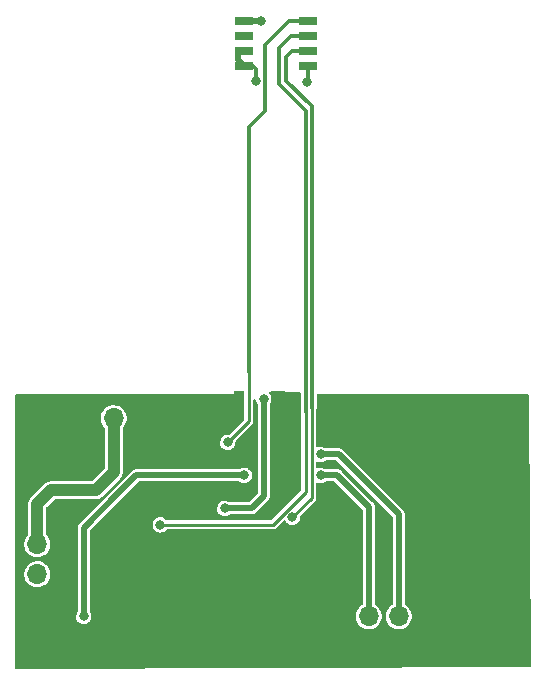
<source format=gbl>
G04 #@! TF.GenerationSoftware,KiCad,Pcbnew,6.0.10*
G04 #@! TF.CreationDate,2023-11-17T15:38:01-06:00*
G04 #@! TF.ProjectId,sensor_sigfox_3,73656e73-6f72-45f7-9369-67666f785f33,rev?*
G04 #@! TF.SameCoordinates,Original*
G04 #@! TF.FileFunction,Copper,L2,Bot*
G04 #@! TF.FilePolarity,Positive*
%FSLAX46Y46*%
G04 Gerber Fmt 4.6, Leading zero omitted, Abs format (unit mm)*
G04 Created by KiCad (PCBNEW 6.0.10) date 2023-11-17 15:38:01*
%MOMM*%
%LPD*%
G01*
G04 APERTURE LIST*
G04 #@! TA.AperFunction,ComponentPad*
%ADD10R,1.700000X1.700000*%
G04 #@! TD*
G04 #@! TA.AperFunction,ComponentPad*
%ADD11O,1.700000X1.700000*%
G04 #@! TD*
G04 #@! TA.AperFunction,SMDPad,CuDef*
%ADD12R,1.500000X0.650000*%
G04 #@! TD*
G04 #@! TA.AperFunction,ViaPad*
%ADD13C,0.800000*%
G04 #@! TD*
G04 #@! TA.AperFunction,Conductor*
%ADD14C,0.500000*%
G04 #@! TD*
G04 #@! TA.AperFunction,Conductor*
%ADD15C,0.250000*%
G04 #@! TD*
G04 #@! TA.AperFunction,Conductor*
%ADD16C,1.000000*%
G04 #@! TD*
G04 #@! TA.AperFunction,Conductor*
%ADD17C,0.300000*%
G04 #@! TD*
G04 APERTURE END LIST*
D10*
X129286000Y-104648000D03*
D11*
X131826000Y-104648000D03*
X134366000Y-104648000D03*
D10*
X103759000Y-103617000D03*
D11*
X103759000Y-101077000D03*
X103759000Y-98537000D03*
D10*
X107696000Y-87884000D03*
D11*
X110236000Y-87884000D03*
D12*
X121252000Y-58039000D03*
X121252000Y-56769000D03*
X121252000Y-55499000D03*
X121252000Y-54229000D03*
X126652000Y-54229000D03*
X126652000Y-55499000D03*
X126652000Y-56769000D03*
X126652000Y-58039000D03*
D13*
X125222000Y-89916000D03*
X110490000Y-100330000D03*
X102870000Y-92710000D03*
X116840000Y-87630000D03*
X118110000Y-87630000D03*
X129540000Y-96520000D03*
X134620000Y-92710000D03*
X137160000Y-93980000D03*
X139700000Y-93980000D03*
X132080000Y-90170000D03*
X134620000Y-90170000D03*
X137160000Y-90170000D03*
X139700000Y-90170000D03*
X142240000Y-86360000D03*
X144780000Y-96520000D03*
X144780000Y-93980000D03*
X144780000Y-91440000D03*
X144780000Y-88900000D03*
X144780000Y-86360000D03*
X119126000Y-108458000D03*
X117602000Y-108458000D03*
X116078000Y-108458000D03*
X114554000Y-108458000D03*
X113030000Y-108458000D03*
X111506000Y-108458000D03*
X109982000Y-108458000D03*
X108458000Y-108458000D03*
X106934000Y-108458000D03*
X105410000Y-108458000D03*
X103886000Y-108458000D03*
X102362000Y-108458000D03*
X124206000Y-108458000D03*
X125730000Y-108458000D03*
X127254000Y-108458000D03*
X128778000Y-108458000D03*
X130302000Y-108458000D03*
X131826000Y-108458000D03*
X133350000Y-108458000D03*
X134874000Y-108458000D03*
X136398000Y-108458000D03*
X136398000Y-106934000D03*
X136398000Y-105410000D03*
X136398000Y-102362000D03*
X136906000Y-100838000D03*
X139954000Y-100838000D03*
X140462000Y-102362000D03*
X140462000Y-103886000D03*
X140462000Y-105410000D03*
X140462000Y-106934000D03*
X140462000Y-108458000D03*
X143002000Y-107442000D03*
X143002000Y-108458000D03*
X144018000Y-107442000D03*
X145034000Y-107442000D03*
X144018000Y-108458000D03*
X145034000Y-108458000D03*
X127254000Y-100838000D03*
X129794000Y-102362000D03*
X129794000Y-100838000D03*
X122936000Y-86233000D03*
X119634000Y-95504000D03*
X127762000Y-92710000D03*
X127762000Y-90932000D03*
X119888000Y-89916000D03*
X125353299Y-96270299D03*
X114173000Y-96901000D03*
X121285000Y-92710000D03*
X107696000Y-104648000D03*
X119507000Y-100965000D03*
X108712000Y-93980000D03*
X122682000Y-54229000D03*
X126619000Y-59436000D03*
X122301000Y-59309000D03*
D14*
X121920000Y-95504000D02*
X122936000Y-94488000D01*
X122936000Y-94488000D02*
X122936000Y-86233000D01*
X119634000Y-95504000D02*
X121920000Y-95504000D01*
X127762000Y-90932000D02*
X129286000Y-90932000D01*
X129286000Y-90932000D02*
X134366000Y-96012000D01*
X134366000Y-96012000D02*
X134366000Y-104648000D01*
X127762000Y-92710000D02*
X129159000Y-92710000D01*
X129159000Y-92710000D02*
X131826000Y-95377000D01*
X131826000Y-95377000D02*
X131826000Y-104648000D01*
D15*
X121666000Y-88138000D02*
X119888000Y-89916000D01*
X121666000Y-83947000D02*
X121666000Y-88138000D01*
X127000000Y-86995000D02*
X127000000Y-94623598D01*
X127000000Y-94623598D02*
X125353299Y-96270299D01*
X126492000Y-87376000D02*
X126492000Y-94107000D01*
X126492000Y-94107000D02*
X123698000Y-96901000D01*
X123698000Y-96901000D02*
X114173000Y-96901000D01*
D14*
X107696000Y-104648000D02*
X107696000Y-97155000D01*
X110617000Y-94234000D02*
X112141000Y-92710000D01*
X112141000Y-92710000D02*
X121285000Y-92710000D01*
X107696000Y-97155000D02*
X110617000Y-94234000D01*
D16*
X108712000Y-93980000D02*
X104902000Y-93980000D01*
X104902000Y-93980000D02*
X103759000Y-95123000D01*
X103759000Y-95123000D02*
X103759000Y-98537000D01*
X108712000Y-93980000D02*
X110236000Y-92456000D01*
X110236000Y-92456000D02*
X110236000Y-87884000D01*
D14*
X121252000Y-54229000D02*
X122682000Y-54229000D01*
D17*
X126652000Y-58039000D02*
X126873000Y-58039000D01*
X122047000Y-58039000D02*
X122301000Y-58293000D01*
X121252000Y-58039000D02*
X122047000Y-58039000D01*
X122301000Y-58293000D02*
X122301000Y-59309000D01*
X126652000Y-59403000D02*
X126619000Y-59436000D01*
D14*
X120904000Y-56769000D02*
X120777000Y-56896000D01*
X121252000Y-56769000D02*
X120904000Y-56769000D01*
D17*
X126652000Y-58039000D02*
X126652000Y-59403000D01*
D14*
X120777000Y-57564000D02*
X121252000Y-58039000D01*
X120777000Y-56896000D02*
X120777000Y-57564000D01*
D17*
X124841000Y-59309000D02*
X124841000Y-57277000D01*
X125349000Y-56769000D02*
X126652000Y-56769000D01*
X127000000Y-61468000D02*
X124841000Y-59309000D01*
X127000000Y-86995000D02*
X127000000Y-61468000D01*
X124841000Y-57277000D02*
X125349000Y-56769000D01*
X124206000Y-59563000D02*
X124206000Y-56515000D01*
X125222000Y-55499000D02*
X126652000Y-55499000D01*
X126492000Y-87376000D02*
X126492000Y-61849000D01*
X124206000Y-56515000D02*
X125222000Y-55499000D01*
X126492000Y-61849000D02*
X124206000Y-59563000D01*
X123063000Y-56261000D02*
X123063000Y-61849000D01*
X125095000Y-54229000D02*
X123063000Y-56261000D01*
X126652000Y-54229000D02*
X125095000Y-54229000D01*
X121666000Y-63246000D02*
X121666000Y-83947000D01*
X123063000Y-61849000D02*
X121666000Y-63246000D01*
G04 #@! TA.AperFunction,Conductor*
G36*
X145521679Y-108907902D02*
G01*
X145468279Y-108954689D01*
X145415671Y-108966364D01*
X101980861Y-109091536D01*
X101912685Y-109071732D01*
X101866038Y-109018210D01*
X101854500Y-108965538D01*
X101854500Y-85978500D01*
X101874502Y-85910379D01*
X101928158Y-85863886D01*
X101980500Y-85852500D01*
X110265036Y-85852500D01*
X110265036Y-86775148D01*
X110062478Y-86788424D01*
X109865731Y-86838392D01*
X109681384Y-86923377D01*
X109515611Y-87040533D01*
X109373965Y-87185938D01*
X109261188Y-87354720D01*
X109258910Y-87360023D01*
X109258908Y-87360026D01*
X109186974Y-87527458D01*
X109181058Y-87541228D01*
X109164536Y-87614244D01*
X109137533Y-87733579D01*
X109137532Y-87733584D01*
X109136258Y-87739216D01*
X109136031Y-87744987D01*
X109136031Y-87744989D01*
X109133683Y-87804756D01*
X109128288Y-87942053D01*
X109142852Y-88042499D01*
X109156587Y-88137231D01*
X109156588Y-88137236D01*
X109157416Y-88142945D01*
X109159271Y-88148409D01*
X109159272Y-88148414D01*
X109220808Y-88329693D01*
X109220810Y-88329698D01*
X109222666Y-88335165D01*
X109321853Y-88512276D01*
X109373965Y-88574934D01*
X109451655Y-88668345D01*
X109449731Y-88669945D01*
X109478621Y-88722851D01*
X109481500Y-88749634D01*
X109481500Y-92091285D01*
X109461498Y-92159406D01*
X109444595Y-92180380D01*
X108436381Y-93188595D01*
X108374069Y-93222620D01*
X108347286Y-93225500D01*
X104968765Y-93225500D01*
X104949816Y-93224067D01*
X104928511Y-93220826D01*
X104921220Y-93221419D01*
X104921217Y-93221419D01*
X104876152Y-93225085D01*
X104865937Y-93225500D01*
X104857947Y-93225500D01*
X104854303Y-93225925D01*
X104829887Y-93228771D01*
X104825513Y-93229204D01*
X104753153Y-93235090D01*
X104746191Y-93237345D01*
X104740323Y-93238518D01*
X104734516Y-93239890D01*
X104727246Y-93240738D01*
X104658940Y-93265532D01*
X104654837Y-93266940D01*
X104585778Y-93289312D01*
X104579521Y-93293109D01*
X104574074Y-93295602D01*
X104568746Y-93298270D01*
X104561866Y-93300768D01*
X104501161Y-93340568D01*
X104497441Y-93342915D01*
X104435367Y-93380583D01*
X104431164Y-93384295D01*
X104427026Y-93387949D01*
X104427004Y-93387924D01*
X104423959Y-93390624D01*
X104420854Y-93393220D01*
X104414732Y-93397234D01*
X104409699Y-93402547D01*
X104361784Y-93453127D01*
X104359406Y-93455569D01*
X103272699Y-94542277D01*
X103258288Y-94554662D01*
X103240929Y-94567437D01*
X103236186Y-94573020D01*
X103206911Y-94607479D01*
X103199981Y-94614995D01*
X103194338Y-94620638D01*
X103176786Y-94642822D01*
X103174019Y-94646196D01*
X103127018Y-94701520D01*
X103123691Y-94708036D01*
X103120374Y-94713009D01*
X103117236Y-94718090D01*
X103112693Y-94723832D01*
X103081929Y-94789657D01*
X103080021Y-94793557D01*
X103050337Y-94851688D01*
X103050333Y-94851698D01*
X103047007Y-94858212D01*
X103045268Y-94865320D01*
X103043174Y-94870951D01*
X103041297Y-94876593D01*
X103038199Y-94883221D01*
X103036709Y-94890383D01*
X103036709Y-94890384D01*
X103023412Y-94954314D01*
X103022441Y-94958603D01*
X103011686Y-95002558D01*
X103005189Y-95029108D01*
X103004841Y-95034710D01*
X103004841Y-95034713D01*
X103004500Y-95040214D01*
X103004466Y-95040212D01*
X103004223Y-95044271D01*
X103003863Y-95048305D01*
X103002372Y-95055473D01*
X103002570Y-95062790D01*
X103004454Y-95132415D01*
X103004500Y-95135823D01*
X103004500Y-97677322D01*
X102984498Y-97745443D01*
X102968754Y-97765243D01*
X102901002Y-97834793D01*
X102900998Y-97834798D01*
X102896965Y-97838938D01*
X102784188Y-98007720D01*
X102781910Y-98013023D01*
X102781908Y-98013026D01*
X102743808Y-98101707D01*
X102704058Y-98194228D01*
X102687536Y-98267244D01*
X102660533Y-98386579D01*
X102660532Y-98386584D01*
X102659258Y-98392216D01*
X102659031Y-98397987D01*
X102659031Y-98397989D01*
X102656683Y-98457756D01*
X102651288Y-98595053D01*
X102665852Y-98695499D01*
X102679587Y-98790231D01*
X102679588Y-98790236D01*
X102680416Y-98795945D01*
X102682271Y-98801409D01*
X102682272Y-98801414D01*
X102743808Y-98982693D01*
X102743810Y-98982698D01*
X102745666Y-98988165D01*
X102844853Y-99165276D01*
X102896965Y-99227934D01*
X102970969Y-99316913D01*
X102974655Y-99321345D01*
X103047007Y-99381520D01*
X103126282Y-99447453D01*
X103126285Y-99447455D01*
X103130724Y-99451147D01*
X103307835Y-99550334D01*
X103313302Y-99552190D01*
X103313307Y-99552192D01*
X103494586Y-99613728D01*
X103494591Y-99613729D01*
X103500055Y-99615584D01*
X103505764Y-99616412D01*
X103505769Y-99616413D01*
X103697273Y-99644179D01*
X103700947Y-99644712D01*
X103759000Y-99646232D01*
X103788036Y-99643564D01*
X103788036Y-99968148D01*
X103585478Y-99981424D01*
X103579882Y-99982845D01*
X103579877Y-99982846D01*
X103500055Y-100003119D01*
X103388731Y-100031392D01*
X103383488Y-100033809D01*
X103302792Y-100071010D01*
X103204384Y-100116377D01*
X103199668Y-100119710D01*
X103127018Y-100171054D01*
X103038611Y-100233533D01*
X103034576Y-100237675D01*
X103005189Y-100267842D01*
X102896965Y-100378938D01*
X102893755Y-100383742D01*
X102848547Y-100451400D01*
X102784188Y-100547720D01*
X102781910Y-100553023D01*
X102781908Y-100553026D01*
X102743808Y-100641707D01*
X102704058Y-100734228D01*
X102687536Y-100807244D01*
X102660533Y-100926579D01*
X102660532Y-100926584D01*
X102659258Y-100932216D01*
X102659031Y-100937987D01*
X102659031Y-100937989D01*
X102656683Y-100997756D01*
X102651288Y-101135053D01*
X102665852Y-101235499D01*
X102679587Y-101330231D01*
X102679588Y-101330236D01*
X102680416Y-101335945D01*
X102682271Y-101341409D01*
X102682272Y-101341414D01*
X102743808Y-101522693D01*
X102743810Y-101522698D01*
X102745666Y-101528165D01*
X102844853Y-101705276D01*
X102896965Y-101767934D01*
X102970969Y-101856913D01*
X102974655Y-101861345D01*
X103047007Y-101921520D01*
X103126282Y-101987453D01*
X103126285Y-101987455D01*
X103130724Y-101991147D01*
X103307835Y-102090334D01*
X103313302Y-102092190D01*
X103313307Y-102092192D01*
X103494586Y-102153728D01*
X103494591Y-102153729D01*
X103500055Y-102155584D01*
X103505764Y-102156412D01*
X103505769Y-102156413D01*
X103697273Y-102184179D01*
X103700947Y-102184712D01*
X103759000Y-102186232D01*
X103961141Y-102167658D01*
X103966701Y-102166090D01*
X104150954Y-102114125D01*
X104150956Y-102114124D01*
X104156513Y-102112557D01*
X104177967Y-102101978D01*
X104333391Y-102025331D01*
X104338572Y-102022776D01*
X104359406Y-102007219D01*
X104409699Y-101969663D01*
X104501221Y-101901320D01*
X104639013Y-101752258D01*
X104642094Y-101747375D01*
X104642097Y-101747371D01*
X104744252Y-101585464D01*
X104747333Y-101580581D01*
X104822554Y-101392039D01*
X104823680Y-101386379D01*
X104823681Y-101386375D01*
X104861029Y-101198613D01*
X104861029Y-101198610D01*
X104862156Y-101192946D01*
X104862232Y-101187171D01*
X104862232Y-101187167D01*
X104863559Y-101085793D01*
X104864813Y-100989971D01*
X104863834Y-100984274D01*
X104863834Y-100984273D01*
X104831415Y-100795607D01*
X104830436Y-100789910D01*
X104760176Y-100599463D01*
X104656388Y-100425010D01*
X104652582Y-100420670D01*
X104652579Y-100420666D01*
X104574074Y-100331149D01*
X104522545Y-100272392D01*
X104363131Y-100146720D01*
X104358020Y-100144031D01*
X104358017Y-100144029D01*
X104333391Y-100131073D01*
X104183485Y-100052203D01*
X103989622Y-99992007D01*
X103788036Y-99968148D01*
X103788036Y-99643564D01*
X103961141Y-99627658D01*
X103966701Y-99626090D01*
X104150954Y-99574125D01*
X104150956Y-99574124D01*
X104156513Y-99572557D01*
X104177967Y-99561978D01*
X104333391Y-99485331D01*
X104338572Y-99482776D01*
X104359406Y-99467219D01*
X104409699Y-99429663D01*
X104501221Y-99361320D01*
X104639013Y-99212258D01*
X104642094Y-99207375D01*
X104642097Y-99207371D01*
X104744252Y-99045464D01*
X104747333Y-99040581D01*
X104822554Y-98852039D01*
X104823680Y-98846379D01*
X104823681Y-98846375D01*
X104861029Y-98658613D01*
X104861029Y-98658610D01*
X104862156Y-98652946D01*
X104862232Y-98647171D01*
X104862232Y-98647167D01*
X104863559Y-98545793D01*
X104864813Y-98449971D01*
X104863834Y-98444274D01*
X104863834Y-98444273D01*
X104831415Y-98255607D01*
X104830436Y-98249910D01*
X104760176Y-98059463D01*
X104656388Y-97885010D01*
X104592740Y-97812434D01*
X104544768Y-97757732D01*
X104514891Y-97693328D01*
X104513500Y-97674654D01*
X104513500Y-95487716D01*
X104533502Y-95419595D01*
X104550404Y-95398621D01*
X105177619Y-94771405D01*
X105239932Y-94737380D01*
X105266715Y-94734500D01*
X108645235Y-94734500D01*
X108664186Y-94735933D01*
X108678256Y-94738074D01*
X108678260Y-94738074D01*
X108685489Y-94739174D01*
X108737848Y-94734915D01*
X108748063Y-94734500D01*
X108756053Y-94734500D01*
X108784135Y-94731226D01*
X108788491Y-94730795D01*
X108853552Y-94725503D01*
X108860848Y-94724910D01*
X108867814Y-94722653D01*
X108873682Y-94721481D01*
X108879483Y-94720110D01*
X108886754Y-94719262D01*
X108955035Y-94694477D01*
X108959190Y-94693051D01*
X109021256Y-94672945D01*
X109021259Y-94672944D01*
X109028222Y-94670688D01*
X109034477Y-94666892D01*
X109039941Y-94664391D01*
X109045259Y-94661728D01*
X109052134Y-94659232D01*
X109112856Y-94619421D01*
X109116575Y-94617074D01*
X109178634Y-94579416D01*
X109183338Y-94575262D01*
X109186974Y-94572050D01*
X109186997Y-94572076D01*
X109190038Y-94569378D01*
X109193144Y-94566781D01*
X109199268Y-94562766D01*
X109252238Y-94506849D01*
X109254616Y-94504408D01*
X110722300Y-93036724D01*
X110736713Y-93024337D01*
X110748172Y-93015904D01*
X110754071Y-93011563D01*
X110788089Y-92971521D01*
X110795019Y-92964005D01*
X110800662Y-92958362D01*
X110818194Y-92936202D01*
X110820970Y-92932816D01*
X110840131Y-92910263D01*
X110867982Y-92877480D01*
X110871311Y-92870960D01*
X110874631Y-92865982D01*
X110877764Y-92860909D01*
X110882307Y-92855167D01*
X110913053Y-92789383D01*
X110914984Y-92785433D01*
X110944664Y-92727307D01*
X110947993Y-92720788D01*
X110949733Y-92713678D01*
X110951823Y-92708058D01*
X110953703Y-92702407D01*
X110956801Y-92695778D01*
X110958291Y-92688614D01*
X110958292Y-92688611D01*
X110966633Y-92648505D01*
X110971587Y-92624686D01*
X110972551Y-92620427D01*
X110989811Y-92549892D01*
X110990158Y-92544295D01*
X110990159Y-92544290D01*
X110990500Y-92538786D01*
X110990534Y-92538788D01*
X110990777Y-92534729D01*
X110991137Y-92530695D01*
X110992628Y-92523527D01*
X110992430Y-92516210D01*
X110990546Y-92446585D01*
X110990500Y-92443177D01*
X110990500Y-88744353D01*
X111010502Y-88676232D01*
X111023975Y-88658824D01*
X111112094Y-88563498D01*
X111112096Y-88563495D01*
X111116013Y-88559258D01*
X111224333Y-88387581D01*
X111299554Y-88199039D01*
X111300680Y-88193379D01*
X111300681Y-88193375D01*
X111338029Y-88005613D01*
X111338029Y-88005610D01*
X111339156Y-87999946D01*
X111339232Y-87994171D01*
X111339232Y-87994167D01*
X111340559Y-87892793D01*
X111341813Y-87796971D01*
X111340834Y-87791274D01*
X111340834Y-87791273D01*
X111308415Y-87602607D01*
X111307436Y-87596910D01*
X111237176Y-87406463D01*
X111133388Y-87232010D01*
X111129582Y-87227670D01*
X111129579Y-87227666D01*
X111023975Y-87107249D01*
X110999545Y-87079392D01*
X110840131Y-86953720D01*
X110660485Y-86859203D01*
X110466622Y-86799007D01*
X110265036Y-86775148D01*
X110265036Y-85852500D01*
X120104524Y-85852500D01*
X120129106Y-85854921D01*
X120129830Y-85855065D01*
X120142000Y-85857486D01*
X120241301Y-85837734D01*
X120325484Y-85781484D01*
X120381734Y-85697301D01*
X120388054Y-85665528D01*
X120420961Y-85602618D01*
X120482656Y-85567486D01*
X120513089Y-85564117D01*
X120579793Y-85564888D01*
X121161957Y-85571618D01*
X121229841Y-85592407D01*
X121275711Y-85646596D01*
X121286500Y-85697610D01*
X121286500Y-87928616D01*
X121266498Y-87996737D01*
X121249595Y-88017711D01*
X120041057Y-89226249D01*
X119978745Y-89260275D01*
X119935518Y-89262076D01*
X119894904Y-89256729D01*
X119816176Y-89265421D01*
X119790429Y-89268264D01*
X119737447Y-89274113D01*
X119730316Y-89276723D01*
X119730314Y-89276723D01*
X119629866Y-89313482D01*
X119588681Y-89328553D01*
X119582378Y-89332789D01*
X119582377Y-89332789D01*
X119470885Y-89407709D01*
X119457195Y-89416908D01*
X119452082Y-89422527D01*
X119452081Y-89422528D01*
X119441731Y-89433903D01*
X119350581Y-89534076D01*
X119274992Y-89673293D01*
X119234793Y-89826522D01*
X119233474Y-89910477D01*
X119232424Y-89977319D01*
X119232424Y-89977322D01*
X119232305Y-89984916D01*
X119267671Y-90139332D01*
X119316376Y-90236172D01*
X119335437Y-90274072D01*
X119335439Y-90274075D01*
X119338849Y-90280855D01*
X119343778Y-90286626D01*
X119343780Y-90286629D01*
X119436796Y-90395536D01*
X119436797Y-90395536D01*
X119441731Y-90401314D01*
X119570376Y-90493755D01*
X119717359Y-90552842D01*
X119874193Y-90575162D01*
X119888000Y-90575307D01*
X119902433Y-90573561D01*
X119938476Y-90569199D01*
X120045267Y-90556276D01*
X120193454Y-90500280D01*
X120324008Y-90410553D01*
X120429389Y-90292275D01*
X120503516Y-90152274D01*
X120542108Y-89998633D01*
X120542148Y-89991034D01*
X120542148Y-89991033D01*
X120542464Y-89930626D01*
X120542890Y-89849335D01*
X120563248Y-89781321D01*
X120579793Y-89760901D01*
X121291904Y-89048790D01*
X121291904Y-92050729D01*
X121266498Y-92053534D01*
X121161957Y-92065076D01*
X121134447Y-92068113D01*
X120985681Y-92122553D01*
X120979378Y-92126789D01*
X120979377Y-92126789D01*
X120894116Y-92184082D01*
X120823840Y-92205500D01*
X112211624Y-92205500D01*
X112199619Y-92204159D01*
X112199579Y-92204655D01*
X112190632Y-92203935D01*
X112181876Y-92201954D01*
X112172916Y-92202510D01*
X112128618Y-92205258D01*
X112120816Y-92205500D01*
X112104774Y-92205500D01*
X112100343Y-92206135D01*
X112100338Y-92206135D01*
X112094547Y-92206965D01*
X112084486Y-92207996D01*
X112037641Y-92210902D01*
X112029201Y-92213949D01*
X112025911Y-92214630D01*
X112010062Y-92218582D01*
X112006832Y-92219527D01*
X111997948Y-92220799D01*
X111989777Y-92224514D01*
X111955237Y-92240218D01*
X111945872Y-92244030D01*
X111910163Y-92256922D01*
X111910160Y-92256924D01*
X111901716Y-92259972D01*
X111894467Y-92265268D01*
X111891510Y-92266840D01*
X111877386Y-92275093D01*
X111874563Y-92276898D01*
X111866395Y-92280612D01*
X111859598Y-92286469D01*
X111859596Y-92286470D01*
X111830847Y-92311243D01*
X111822936Y-92317525D01*
X111812056Y-92325473D01*
X111801194Y-92336335D01*
X111794348Y-92342693D01*
X111756918Y-92374944D01*
X111752034Y-92382479D01*
X111746301Y-92389051D01*
X111737074Y-92400455D01*
X107389206Y-96748323D01*
X107379766Y-96755865D01*
X107380089Y-96756245D01*
X107373253Y-96762063D01*
X107365661Y-96766853D01*
X107359719Y-96773581D01*
X107330329Y-96806859D01*
X107324983Y-96812546D01*
X107313649Y-96823880D01*
X107310962Y-96827466D01*
X107310957Y-96827471D01*
X107307443Y-96832159D01*
X107301062Y-96839997D01*
X107269999Y-96875170D01*
X107266184Y-96883295D01*
X107264331Y-96886116D01*
X107255923Y-96900112D01*
X107254314Y-96903050D01*
X107248929Y-96910236D01*
X107245778Y-96918641D01*
X107245777Y-96918643D01*
X107232456Y-96954178D01*
X107228532Y-96963492D01*
X107208583Y-97005982D01*
X107207202Y-97014853D01*
X107206217Y-97018075D01*
X107202075Y-97033866D01*
X107201354Y-97037144D01*
X107198202Y-97045552D01*
X107197180Y-97059309D01*
X107194724Y-97092357D01*
X107193570Y-97102404D01*
X107192249Y-97110886D01*
X107192249Y-97110889D01*
X107191500Y-97115697D01*
X107191500Y-97131062D01*
X107191154Y-97140400D01*
X107187493Y-97189667D01*
X107189366Y-97198442D01*
X107189959Y-97207138D01*
X107191500Y-97221738D01*
X107191500Y-104181153D01*
X107171498Y-104249274D01*
X107167815Y-104254068D01*
X107168093Y-104254266D01*
X107163692Y-104260459D01*
X107158581Y-104266076D01*
X107082992Y-104405293D01*
X107042793Y-104558522D01*
X107041474Y-104642477D01*
X107040424Y-104709319D01*
X107040424Y-104709322D01*
X107040305Y-104716916D01*
X107075671Y-104871332D01*
X107111083Y-104941742D01*
X107143437Y-105006072D01*
X107143439Y-105006075D01*
X107146849Y-105012855D01*
X107151778Y-105018626D01*
X107151780Y-105018629D01*
X107244796Y-105127536D01*
X107244797Y-105127536D01*
X107249731Y-105133314D01*
X107378376Y-105225755D01*
X107525359Y-105284842D01*
X107682193Y-105307162D01*
X107696000Y-105307307D01*
X107853267Y-105288276D01*
X108001454Y-105232280D01*
X108132008Y-105142553D01*
X108237389Y-105024275D01*
X108241300Y-105016889D01*
X108307961Y-104890988D01*
X108307961Y-104890989D01*
X108311516Y-104884274D01*
X108350108Y-104730633D01*
X108350148Y-104723034D01*
X108350148Y-104723033D01*
X108350493Y-104657181D01*
X108350938Y-104572221D01*
X108349166Y-104564841D01*
X108349166Y-104564839D01*
X108315729Y-104425563D01*
X108315728Y-104425560D01*
X108313957Y-104418184D01*
X108241300Y-104277414D01*
X108236308Y-104271692D01*
X108236307Y-104271690D01*
X108231549Y-104266236D01*
X108201843Y-104201753D01*
X108200500Y-104183409D01*
X108200500Y-97416161D01*
X108220502Y-97348040D01*
X108237405Y-97327066D01*
X110999351Y-94565120D01*
X110999354Y-94565116D01*
X112313066Y-93251405D01*
X112375378Y-93217379D01*
X112402161Y-93214500D01*
X120824856Y-93214500D01*
X120898380Y-93238176D01*
X120967376Y-93287755D01*
X121114359Y-93346842D01*
X121271193Y-93369162D01*
X121285000Y-93369307D01*
X121442267Y-93350276D01*
X121590454Y-93294280D01*
X121635813Y-93263106D01*
X121714749Y-93208855D01*
X121714751Y-93208854D01*
X121721008Y-93204553D01*
X121826389Y-93086275D01*
X121830300Y-93078889D01*
X121861421Y-93020111D01*
X121900516Y-92946274D01*
X121939108Y-92792633D01*
X121939148Y-92785034D01*
X121939148Y-92785033D01*
X121939493Y-92719181D01*
X121939938Y-92634221D01*
X121938166Y-92626841D01*
X121938166Y-92626839D01*
X121904729Y-92487563D01*
X121904728Y-92487560D01*
X121902957Y-92480184D01*
X121830300Y-92339414D01*
X121726162Y-92220039D01*
X121596556Y-92128950D01*
X121589476Y-92126190D01*
X121513199Y-92096451D01*
X121448963Y-92071406D01*
X121291904Y-92050729D01*
X121291904Y-89048790D01*
X121896216Y-88444478D01*
X121914964Y-88429336D01*
X121916189Y-88428221D01*
X121924940Y-88422571D01*
X121931387Y-88414393D01*
X121931389Y-88414391D01*
X121945729Y-88396200D01*
X121949675Y-88391759D01*
X121949602Y-88391697D01*
X121952961Y-88387733D01*
X121956638Y-88384056D01*
X121967892Y-88368308D01*
X121971398Y-88363638D01*
X122003156Y-88323353D01*
X122006188Y-88314719D01*
X122011514Y-88307266D01*
X122026203Y-88258150D01*
X122028036Y-88252508D01*
X122042390Y-88211633D01*
X122042390Y-88211632D01*
X122045018Y-88204149D01*
X122045500Y-88198584D01*
X122045500Y-88195876D01*
X122045614Y-88193242D01*
X122045643Y-88193144D01*
X122045807Y-88193151D01*
X122045851Y-88192447D01*
X122047713Y-88186222D01*
X122045597Y-88132365D01*
X122045500Y-88127418D01*
X122045500Y-86391239D01*
X122065502Y-86323118D01*
X122119158Y-86276625D01*
X122189432Y-86266521D01*
X122254012Y-86296015D01*
X122292396Y-86355741D01*
X122294320Y-86363109D01*
X122313975Y-86448929D01*
X122313976Y-86448933D01*
X122315671Y-86456332D01*
X122356757Y-86538023D01*
X122383437Y-86591072D01*
X122383439Y-86591075D01*
X122386849Y-86597855D01*
X122401312Y-86614789D01*
X122430342Y-86679579D01*
X122431500Y-86696619D01*
X122431500Y-94226839D01*
X122411498Y-94294960D01*
X122394595Y-94315934D01*
X121747934Y-94962595D01*
X121685622Y-94996621D01*
X121658839Y-94999500D01*
X120094324Y-94999500D01*
X120021874Y-94976587D01*
X119945556Y-94922950D01*
X119797963Y-94865406D01*
X119790430Y-94864414D01*
X119790429Y-94864414D01*
X119710305Y-94853866D01*
X119640904Y-94844729D01*
X119483447Y-94862113D01*
X119476316Y-94864723D01*
X119476314Y-94864723D01*
X119355691Y-94908865D01*
X119334681Y-94916553D01*
X119328378Y-94920789D01*
X119328377Y-94920789D01*
X119273066Y-94957957D01*
X119203195Y-95004908D01*
X119198082Y-95010527D01*
X119198081Y-95010528D01*
X119187731Y-95021903D01*
X119096581Y-95122076D01*
X119020992Y-95261293D01*
X118980793Y-95414522D01*
X118979474Y-95498477D01*
X118978424Y-95565319D01*
X118978424Y-95565322D01*
X118978305Y-95572916D01*
X119013671Y-95727332D01*
X119049083Y-95797742D01*
X119081437Y-95862072D01*
X119081439Y-95862075D01*
X119084849Y-95868855D01*
X119089778Y-95874626D01*
X119089780Y-95874629D01*
X119182796Y-95983536D01*
X119182797Y-95983536D01*
X119187731Y-95989314D01*
X119316376Y-96081755D01*
X119463359Y-96140842D01*
X119620193Y-96163162D01*
X119634000Y-96163307D01*
X119791267Y-96144276D01*
X119939454Y-96088280D01*
X120023292Y-96030660D01*
X120094659Y-96008500D01*
X121849376Y-96008500D01*
X121861381Y-96009841D01*
X121861421Y-96009345D01*
X121870368Y-96010065D01*
X121879124Y-96012046D01*
X121932381Y-96008742D01*
X121940183Y-96008500D01*
X121956226Y-96008500D01*
X121966464Y-96007034D01*
X121976519Y-96006004D01*
X122014399Y-96003654D01*
X122014401Y-96003654D01*
X122023358Y-96003098D01*
X122031799Y-96000051D01*
X122035077Y-95999372D01*
X122050945Y-95995416D01*
X122054169Y-95994473D01*
X122063052Y-95993201D01*
X122071221Y-95989487D01*
X122071227Y-95989485D01*
X122105779Y-95973775D01*
X122115148Y-95969961D01*
X122150837Y-95957077D01*
X122159284Y-95954028D01*
X122166534Y-95948731D01*
X122169501Y-95947154D01*
X122183614Y-95938907D01*
X122186437Y-95937102D01*
X122194605Y-95933388D01*
X122230158Y-95902753D01*
X122238064Y-95896475D01*
X122248944Y-95888527D01*
X122259806Y-95877665D01*
X122266653Y-95871307D01*
X122293376Y-95848281D01*
X122304082Y-95839056D01*
X122308966Y-95831521D01*
X122314699Y-95824949D01*
X122323926Y-95813545D01*
X123242794Y-94894677D01*
X123252234Y-94887135D01*
X123251911Y-94886755D01*
X123258747Y-94880937D01*
X123266339Y-94876147D01*
X123301672Y-94836140D01*
X123307017Y-94830454D01*
X123318351Y-94819120D01*
X123324553Y-94810845D01*
X123330940Y-94803000D01*
X123356060Y-94774557D01*
X123362001Y-94767830D01*
X123365814Y-94759708D01*
X123367654Y-94756907D01*
X123376063Y-94742912D01*
X123377685Y-94739949D01*
X123383070Y-94732764D01*
X123386223Y-94724354D01*
X123386224Y-94724352D01*
X123399546Y-94688818D01*
X123403471Y-94679502D01*
X123413834Y-94657429D01*
X123423417Y-94637018D01*
X123424799Y-94628144D01*
X123425785Y-94624917D01*
X123429925Y-94609134D01*
X123430646Y-94605856D01*
X123433798Y-94597448D01*
X123434820Y-94583691D01*
X123437276Y-94550643D01*
X123438430Y-94540596D01*
X123439751Y-94532114D01*
X123439751Y-94532111D01*
X123440500Y-94527303D01*
X123440500Y-94511938D01*
X123440846Y-94502601D01*
X123442041Y-94486519D01*
X123444507Y-94453333D01*
X123442634Y-94444558D01*
X123442041Y-94435862D01*
X123440500Y-94421262D01*
X123440500Y-86698667D01*
X123460502Y-86630546D01*
X123472198Y-86615143D01*
X123472330Y-86614954D01*
X123477389Y-86609275D01*
X123551516Y-86469274D01*
X123590108Y-86315633D01*
X123590148Y-86308034D01*
X123590148Y-86308033D01*
X123590493Y-86242181D01*
X123590938Y-86157221D01*
X123589166Y-86149841D01*
X123589166Y-86149839D01*
X123555729Y-86010563D01*
X123555728Y-86010560D01*
X123553957Y-86003184D01*
X123481300Y-85862414D01*
X123476313Y-85856697D01*
X123476308Y-85856690D01*
X123433672Y-85807816D01*
X123403964Y-85743334D01*
X123413834Y-85673027D01*
X123460147Y-85619217D01*
X123530078Y-85598995D01*
X123553366Y-85599265D01*
X125962958Y-85627121D01*
X126030842Y-85647910D01*
X126076711Y-85702099D01*
X126087500Y-85753113D01*
X126087500Y-87407834D01*
X126092498Y-87439391D01*
X126100951Y-87492765D01*
X126100952Y-87492768D01*
X126102502Y-87502555D01*
X126106504Y-87510410D01*
X126112500Y-87548263D01*
X126112500Y-93897616D01*
X126092498Y-93965737D01*
X126075595Y-93986711D01*
X123577711Y-96484595D01*
X123515399Y-96518621D01*
X123488616Y-96521500D01*
X114767813Y-96521500D01*
X114699692Y-96501498D01*
X114672865Y-96478330D01*
X114614162Y-96411039D01*
X114484556Y-96319950D01*
X114336963Y-96262406D01*
X114179904Y-96241729D01*
X114022447Y-96259113D01*
X113873681Y-96313553D01*
X113742195Y-96401908D01*
X113737082Y-96407527D01*
X113737081Y-96407528D01*
X113726731Y-96418903D01*
X113635581Y-96519076D01*
X113559992Y-96658293D01*
X113519793Y-96811522D01*
X113518474Y-96895477D01*
X113517424Y-96962319D01*
X113517424Y-96962322D01*
X113517305Y-96969916D01*
X113552671Y-97124332D01*
X113588083Y-97194742D01*
X113620437Y-97259072D01*
X113620439Y-97259075D01*
X113623849Y-97265855D01*
X113628778Y-97271626D01*
X113628780Y-97271629D01*
X113721796Y-97380536D01*
X113721797Y-97380536D01*
X113726731Y-97386314D01*
X113855376Y-97478755D01*
X114002359Y-97537842D01*
X114159193Y-97560162D01*
X114173000Y-97560307D01*
X114330267Y-97541276D01*
X114478454Y-97485280D01*
X114609008Y-97395553D01*
X114673935Y-97322681D01*
X114734184Y-97285126D01*
X114768011Y-97280500D01*
X123644075Y-97280500D01*
X123668033Y-97283050D01*
X123669692Y-97283128D01*
X123679876Y-97285321D01*
X123690218Y-97284097D01*
X123690221Y-97284097D01*
X123713221Y-97281374D01*
X123719152Y-97281024D01*
X123719144Y-97280928D01*
X123724320Y-97280500D01*
X123729524Y-97280500D01*
X123748588Y-97277327D01*
X123754434Y-97276496D01*
X123794999Y-97271694D01*
X123805341Y-97270470D01*
X123813593Y-97266507D01*
X123822626Y-97265004D01*
X123867734Y-97240665D01*
X123873025Y-97237969D01*
X123912081Y-97219215D01*
X123912082Y-97219214D01*
X123919232Y-97215781D01*
X123923507Y-97212187D01*
X123925432Y-97210262D01*
X123927362Y-97208491D01*
X123927447Y-97208445D01*
X123927559Y-97208568D01*
X123928094Y-97208096D01*
X123933814Y-97205010D01*
X123970417Y-97165413D01*
X123973846Y-97161848D01*
X124579242Y-96556452D01*
X124641554Y-96522426D01*
X124712369Y-96527491D01*
X124769205Y-96570038D01*
X124780898Y-96588925D01*
X124804148Y-96635154D01*
X124809077Y-96640925D01*
X124809079Y-96640928D01*
X124902095Y-96749835D01*
X124902096Y-96749835D01*
X124907030Y-96755613D01*
X125035675Y-96848054D01*
X125182658Y-96907141D01*
X125339492Y-96929461D01*
X125353299Y-96929606D01*
X125510566Y-96910575D01*
X125658753Y-96854579D01*
X125789307Y-96764852D01*
X125894688Y-96646574D01*
X125968815Y-96506573D01*
X126007407Y-96352932D01*
X126007447Y-96345333D01*
X126007447Y-96345332D01*
X126007763Y-96284925D01*
X126008189Y-96203634D01*
X126028547Y-96135620D01*
X126045092Y-96115200D01*
X127230216Y-94930076D01*
X127248964Y-94914934D01*
X127250189Y-94913819D01*
X127258940Y-94908169D01*
X127265387Y-94899991D01*
X127265389Y-94899989D01*
X127279729Y-94881798D01*
X127283675Y-94877357D01*
X127283602Y-94877295D01*
X127286961Y-94873331D01*
X127290638Y-94869654D01*
X127301892Y-94853906D01*
X127305398Y-94849236D01*
X127337156Y-94808951D01*
X127340188Y-94800317D01*
X127345514Y-94792864D01*
X127360203Y-94743748D01*
X127362036Y-94738106D01*
X127376390Y-94697231D01*
X127376390Y-94697230D01*
X127379018Y-94689747D01*
X127379500Y-94684182D01*
X127379500Y-94681474D01*
X127379614Y-94678840D01*
X127379643Y-94678742D01*
X127379807Y-94678749D01*
X127379851Y-94678045D01*
X127381713Y-94671820D01*
X127379597Y-94617963D01*
X127379500Y-94613016D01*
X127379500Y-93448127D01*
X127399502Y-93380006D01*
X127453158Y-93333513D01*
X127523432Y-93323409D01*
X127552495Y-93331219D01*
X127584306Y-93344007D01*
X127584308Y-93344008D01*
X127591359Y-93346842D01*
X127748193Y-93369162D01*
X127762000Y-93369307D01*
X127919267Y-93350276D01*
X128067454Y-93294280D01*
X128151292Y-93236660D01*
X128222659Y-93214500D01*
X128897839Y-93214500D01*
X128965960Y-93234502D01*
X128986934Y-93251405D01*
X131284595Y-95549065D01*
X131318620Y-95611377D01*
X131321500Y-95638160D01*
X131321500Y-103586716D01*
X131301498Y-103654837D01*
X131268220Y-103689613D01*
X131105611Y-103804533D01*
X130963965Y-103949938D01*
X130851188Y-104118720D01*
X130848910Y-104124023D01*
X130848908Y-104124026D01*
X130810808Y-104212707D01*
X130771058Y-104305228D01*
X130754536Y-104378244D01*
X130727533Y-104497579D01*
X130727532Y-104497584D01*
X130726258Y-104503216D01*
X130726031Y-104508987D01*
X130726031Y-104508989D01*
X130723683Y-104568756D01*
X130718288Y-104706053D01*
X130732852Y-104806499D01*
X130746587Y-104901231D01*
X130746588Y-104901236D01*
X130747416Y-104906945D01*
X130749271Y-104912409D01*
X130749272Y-104912414D01*
X130810808Y-105093693D01*
X130810810Y-105093698D01*
X130812666Y-105099165D01*
X130911853Y-105276276D01*
X130963965Y-105338934D01*
X131037969Y-105427913D01*
X131041655Y-105432345D01*
X131197724Y-105562147D01*
X131374835Y-105661334D01*
X131380302Y-105663190D01*
X131380307Y-105663192D01*
X131561586Y-105724728D01*
X131561591Y-105724729D01*
X131567055Y-105726584D01*
X131572764Y-105727412D01*
X131572769Y-105727413D01*
X131764273Y-105755179D01*
X131767947Y-105755712D01*
X131826000Y-105757232D01*
X132028141Y-105738658D01*
X132135545Y-105708367D01*
X132217954Y-105685125D01*
X132217956Y-105685124D01*
X132223513Y-105683557D01*
X132260907Y-105665117D01*
X132400391Y-105596331D01*
X132405572Y-105593776D01*
X132425012Y-105579260D01*
X132563591Y-105475777D01*
X132568221Y-105472320D01*
X132706013Y-105323258D01*
X132709094Y-105318375D01*
X132709097Y-105318371D01*
X132811252Y-105156464D01*
X132814333Y-105151581D01*
X132889554Y-104963039D01*
X132890680Y-104957379D01*
X132890681Y-104957375D01*
X132928029Y-104769613D01*
X132928029Y-104769610D01*
X132929156Y-104763946D01*
X132929232Y-104758171D01*
X132929232Y-104758167D01*
X132930559Y-104656793D01*
X132931813Y-104560971D01*
X132930834Y-104555274D01*
X132930834Y-104555273D01*
X132898415Y-104366607D01*
X132897436Y-104360910D01*
X132827176Y-104170463D01*
X132723388Y-103996010D01*
X132719582Y-103991670D01*
X132719579Y-103991666D01*
X132702089Y-103971723D01*
X132589545Y-103843392D01*
X132430131Y-103717720D01*
X132425018Y-103715030D01*
X132425012Y-103715026D01*
X132397831Y-103700725D01*
X132346859Y-103651305D01*
X132330500Y-103589218D01*
X132330500Y-95447630D01*
X132331842Y-95435622D01*
X132331346Y-95435582D01*
X132332066Y-95426631D01*
X132334047Y-95417877D01*
X132332158Y-95387430D01*
X132330742Y-95364607D01*
X132330500Y-95356805D01*
X132330500Y-95340774D01*
X132329035Y-95330541D01*
X132328005Y-95320489D01*
X132326180Y-95291085D01*
X132325654Y-95282601D01*
X132325654Y-95282600D01*
X132325098Y-95273642D01*
X132322050Y-95265199D01*
X132321371Y-95261920D01*
X132317416Y-95246055D01*
X132316473Y-95242831D01*
X132315201Y-95233948D01*
X132311487Y-95225779D01*
X132311485Y-95225773D01*
X132295775Y-95191221D01*
X132291961Y-95181853D01*
X132276028Y-95137716D01*
X132270731Y-95130466D01*
X132269154Y-95127499D01*
X132260907Y-95113386D01*
X132259102Y-95110563D01*
X132255388Y-95102395D01*
X132249531Y-95095598D01*
X132249530Y-95095596D01*
X132235304Y-95079086D01*
X132228693Y-95071415D01*
X132224757Y-95066847D01*
X132218475Y-95058936D01*
X132210527Y-95048056D01*
X132199665Y-95037194D01*
X132193307Y-95030348D01*
X132161056Y-94992918D01*
X132153521Y-94988034D01*
X132146949Y-94982301D01*
X132135545Y-94973074D01*
X129565677Y-92403206D01*
X129558135Y-92393766D01*
X129557755Y-92394089D01*
X129551937Y-92387253D01*
X129547147Y-92379661D01*
X129540419Y-92373719D01*
X129507141Y-92344329D01*
X129501454Y-92338983D01*
X129490120Y-92327649D01*
X129486537Y-92324964D01*
X129486535Y-92324962D01*
X129481845Y-92321447D01*
X129474002Y-92315062D01*
X129438830Y-92283999D01*
X129430708Y-92280186D01*
X129427907Y-92278346D01*
X129413912Y-92269937D01*
X129410949Y-92268315D01*
X129403764Y-92262930D01*
X129395354Y-92259777D01*
X129395352Y-92259776D01*
X129359818Y-92246454D01*
X129350505Y-92242530D01*
X129308018Y-92222583D01*
X129299144Y-92221201D01*
X129295917Y-92220215D01*
X129280134Y-92216075D01*
X129276856Y-92215354D01*
X129268448Y-92212202D01*
X129259497Y-92211537D01*
X129221643Y-92208724D01*
X129211596Y-92207570D01*
X129198303Y-92205500D01*
X129182938Y-92205500D01*
X129173601Y-92205154D01*
X129124333Y-92201493D01*
X129115558Y-92203366D01*
X129106862Y-92203959D01*
X129092262Y-92205500D01*
X128222324Y-92205500D01*
X128149874Y-92182587D01*
X128073556Y-92128950D01*
X127925963Y-92071406D01*
X127918430Y-92070414D01*
X127918429Y-92070414D01*
X127799476Y-92054754D01*
X127768904Y-92050729D01*
X127736933Y-92054259D01*
X127662699Y-92062455D01*
X127611447Y-92068113D01*
X127604316Y-92070723D01*
X127604314Y-92070723D01*
X127548801Y-92091038D01*
X127477955Y-92095664D01*
X127415855Y-92061254D01*
X127382216Y-91998733D01*
X127379500Y-91972712D01*
X127379500Y-91670127D01*
X127399502Y-91602006D01*
X127453158Y-91555513D01*
X127523432Y-91545409D01*
X127552495Y-91553219D01*
X127584306Y-91566007D01*
X127584308Y-91566008D01*
X127591359Y-91568842D01*
X127748193Y-91591162D01*
X127762000Y-91591307D01*
X127919267Y-91572276D01*
X128067454Y-91516280D01*
X128151292Y-91458660D01*
X128222659Y-91436500D01*
X129024839Y-91436500D01*
X129092960Y-91456502D01*
X129113934Y-91473405D01*
X133824595Y-96184066D01*
X133858621Y-96246378D01*
X133861500Y-96273161D01*
X133861500Y-103586716D01*
X133841498Y-103654837D01*
X133808220Y-103689613D01*
X133645611Y-103804533D01*
X133503965Y-103949938D01*
X133391188Y-104118720D01*
X133388910Y-104124023D01*
X133388908Y-104124026D01*
X133350808Y-104212707D01*
X133311058Y-104305228D01*
X133294536Y-104378244D01*
X133267533Y-104497579D01*
X133267532Y-104497584D01*
X133266258Y-104503216D01*
X133266031Y-104508987D01*
X133266031Y-104508989D01*
X133263683Y-104568756D01*
X133258288Y-104706053D01*
X133272852Y-104806499D01*
X133286587Y-104901231D01*
X133286588Y-104901236D01*
X133287416Y-104906945D01*
X133289271Y-104912409D01*
X133289272Y-104912414D01*
X133350808Y-105093693D01*
X133350810Y-105093698D01*
X133352666Y-105099165D01*
X133451853Y-105276276D01*
X133503965Y-105338934D01*
X133577969Y-105427913D01*
X133581655Y-105432345D01*
X133737724Y-105562147D01*
X133914835Y-105661334D01*
X133920302Y-105663190D01*
X133920307Y-105663192D01*
X134101586Y-105724728D01*
X134101591Y-105724729D01*
X134107055Y-105726584D01*
X134112764Y-105727412D01*
X134112769Y-105727413D01*
X134304273Y-105755179D01*
X134307947Y-105755712D01*
X134366000Y-105757232D01*
X134568141Y-105738658D01*
X134675545Y-105708367D01*
X134757954Y-105685125D01*
X134757956Y-105685124D01*
X134763513Y-105683557D01*
X134800907Y-105665117D01*
X134940391Y-105596331D01*
X134945572Y-105593776D01*
X134965012Y-105579260D01*
X135103591Y-105475777D01*
X135108221Y-105472320D01*
X135246013Y-105323258D01*
X135249094Y-105318375D01*
X135249097Y-105318371D01*
X135351252Y-105156464D01*
X135354333Y-105151581D01*
X135429554Y-104963039D01*
X135430680Y-104957379D01*
X135430681Y-104957375D01*
X135468029Y-104769613D01*
X135468029Y-104769610D01*
X135469156Y-104763946D01*
X135469232Y-104758171D01*
X135469232Y-104758167D01*
X135470559Y-104656793D01*
X135471813Y-104560971D01*
X135470834Y-104555274D01*
X135470834Y-104555273D01*
X135438415Y-104366607D01*
X135437436Y-104360910D01*
X135367176Y-104170463D01*
X135263388Y-103996010D01*
X135259582Y-103991670D01*
X135259579Y-103991666D01*
X135242089Y-103971723D01*
X135129545Y-103843392D01*
X134970131Y-103717720D01*
X134965018Y-103715030D01*
X134965012Y-103715026D01*
X134937831Y-103700725D01*
X134886859Y-103651305D01*
X134870500Y-103589218D01*
X134870500Y-96082625D01*
X134871841Y-96070620D01*
X134871345Y-96070580D01*
X134872065Y-96061633D01*
X134874046Y-96052877D01*
X134871345Y-96009339D01*
X134870742Y-95999619D01*
X134870500Y-95991817D01*
X134870500Y-95975774D01*
X134869865Y-95971344D01*
X134869865Y-95971337D01*
X134869034Y-95965536D01*
X134868004Y-95955481D01*
X134865654Y-95917601D01*
X134865654Y-95917599D01*
X134865098Y-95908642D01*
X134862051Y-95900201D01*
X134861372Y-95896923D01*
X134857416Y-95881055D01*
X134856473Y-95877831D01*
X134855201Y-95868948D01*
X134851487Y-95860779D01*
X134851485Y-95860773D01*
X134835775Y-95826221D01*
X134831961Y-95816853D01*
X134816028Y-95772716D01*
X134810731Y-95765466D01*
X134809154Y-95762499D01*
X134800907Y-95748386D01*
X134799102Y-95745563D01*
X134795388Y-95737395D01*
X134789531Y-95730598D01*
X134789530Y-95730596D01*
X134775304Y-95714086D01*
X134768693Y-95706415D01*
X134764757Y-95701847D01*
X134758475Y-95693936D01*
X134750527Y-95683056D01*
X134739665Y-95672194D01*
X134733307Y-95665348D01*
X134701056Y-95627918D01*
X134693521Y-95623034D01*
X134686949Y-95617301D01*
X134675545Y-95608074D01*
X129692677Y-90625206D01*
X129685135Y-90615766D01*
X129684755Y-90616089D01*
X129678937Y-90609253D01*
X129674147Y-90601661D01*
X129667419Y-90595719D01*
X129634141Y-90566329D01*
X129628454Y-90560983D01*
X129617120Y-90549649D01*
X129613537Y-90546964D01*
X129613535Y-90546962D01*
X129608845Y-90543447D01*
X129601002Y-90537062D01*
X129565830Y-90505999D01*
X129557708Y-90502186D01*
X129554907Y-90500346D01*
X129540912Y-90491937D01*
X129537949Y-90490315D01*
X129530764Y-90484930D01*
X129522354Y-90481777D01*
X129522352Y-90481776D01*
X129486818Y-90468454D01*
X129477505Y-90464530D01*
X129435018Y-90444583D01*
X129426144Y-90443201D01*
X129422917Y-90442215D01*
X129407134Y-90438075D01*
X129403856Y-90437354D01*
X129395448Y-90434202D01*
X129386497Y-90433537D01*
X129348643Y-90430724D01*
X129338596Y-90429570D01*
X129325303Y-90427500D01*
X129309938Y-90427500D01*
X129300601Y-90427154D01*
X129251333Y-90423493D01*
X129242558Y-90425366D01*
X129233862Y-90425959D01*
X129219262Y-90427500D01*
X128222324Y-90427500D01*
X128149874Y-90404587D01*
X128073556Y-90350950D01*
X127925963Y-90293406D01*
X127918430Y-90292414D01*
X127918429Y-90292414D01*
X127799476Y-90276754D01*
X127768904Y-90272729D01*
X127736933Y-90276259D01*
X127662699Y-90284455D01*
X127611447Y-90290113D01*
X127604316Y-90292723D01*
X127604314Y-90292723D01*
X127548801Y-90313038D01*
X127477955Y-90317664D01*
X127415855Y-90283254D01*
X127382216Y-90220733D01*
X127379500Y-90194712D01*
X127379500Y-87167263D01*
X127385496Y-87129410D01*
X127389498Y-87121555D01*
X127391048Y-87111768D01*
X127391049Y-87111765D01*
X127399822Y-87056369D01*
X127404500Y-87026834D01*
X127404500Y-85900940D01*
X127424502Y-85832819D01*
X127478158Y-85786326D01*
X127548432Y-85776222D01*
X127600502Y-85796175D01*
X127652380Y-85830839D01*
X127662699Y-85837734D01*
X127736933Y-85852500D01*
X127762000Y-85857486D01*
X127774897Y-85854921D01*
X127799476Y-85852500D01*
X145289694Y-85852500D01*
X145357815Y-85872502D01*
X145404308Y-85926158D01*
X145415691Y-85977805D01*
X145541306Y-108839673D01*
X145521679Y-108907902D01*
G37*
G04 #@! TD.AperFunction*
M02*

</source>
